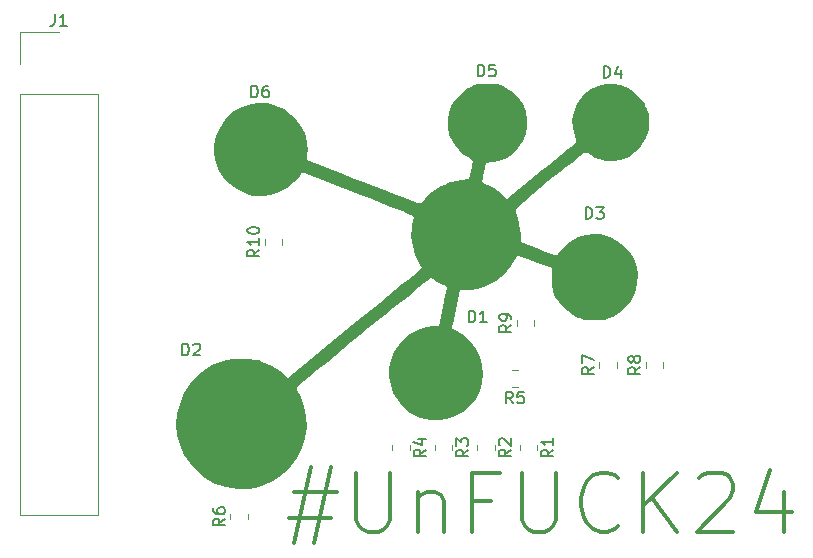
<source format=gbr>
%TF.GenerationSoftware,KiCad,Pcbnew,7.0.10*%
%TF.CreationDate,2024-04-13T12:41:34+02:00*%
%TF.ProjectId,jeopardy_pcb,6a656f70-6172-4647-995f-7063622e6b69,rev?*%
%TF.SameCoordinates,Original*%
%TF.FileFunction,Legend,Top*%
%TF.FilePolarity,Positive*%
%FSLAX46Y46*%
G04 Gerber Fmt 4.6, Leading zero omitted, Abs format (unit mm)*
G04 Created by KiCad (PCBNEW 7.0.10) date 2024-04-13 12:41:34*
%MOMM*%
%LPD*%
G01*
G04 APERTURE LIST*
%ADD10C,0.300000*%
%ADD11C,0.150000*%
%ADD12C,0.120000*%
G04 APERTURE END LIST*
D10*
X81159748Y-114911161D02*
X84731177Y-114911161D01*
X82588320Y-112768304D02*
X81159748Y-119196876D01*
X84254987Y-117054019D02*
X80683558Y-117054019D01*
X82826415Y-119196876D02*
X84254987Y-112768304D01*
X86397844Y-113244495D02*
X86397844Y-117292114D01*
X86397844Y-117292114D02*
X86635939Y-117768304D01*
X86635939Y-117768304D02*
X86874034Y-118006400D01*
X86874034Y-118006400D02*
X87350225Y-118244495D01*
X87350225Y-118244495D02*
X88302606Y-118244495D01*
X88302606Y-118244495D02*
X88778796Y-118006400D01*
X88778796Y-118006400D02*
X89016891Y-117768304D01*
X89016891Y-117768304D02*
X89254987Y-117292114D01*
X89254987Y-117292114D02*
X89254987Y-113244495D01*
X91635939Y-114911161D02*
X91635939Y-118244495D01*
X91635939Y-115387352D02*
X91874034Y-115149257D01*
X91874034Y-115149257D02*
X92350224Y-114911161D01*
X92350224Y-114911161D02*
X93064510Y-114911161D01*
X93064510Y-114911161D02*
X93540701Y-115149257D01*
X93540701Y-115149257D02*
X93778796Y-115625447D01*
X93778796Y-115625447D02*
X93778796Y-118244495D01*
X97826415Y-115625447D02*
X96159749Y-115625447D01*
X96159749Y-118244495D02*
X96159749Y-113244495D01*
X96159749Y-113244495D02*
X98540701Y-113244495D01*
X100445463Y-113244495D02*
X100445463Y-117292114D01*
X100445463Y-117292114D02*
X100683558Y-117768304D01*
X100683558Y-117768304D02*
X100921653Y-118006400D01*
X100921653Y-118006400D02*
X101397844Y-118244495D01*
X101397844Y-118244495D02*
X102350225Y-118244495D01*
X102350225Y-118244495D02*
X102826415Y-118006400D01*
X102826415Y-118006400D02*
X103064510Y-117768304D01*
X103064510Y-117768304D02*
X103302606Y-117292114D01*
X103302606Y-117292114D02*
X103302606Y-113244495D01*
X108540701Y-117768304D02*
X108302605Y-118006400D01*
X108302605Y-118006400D02*
X107588320Y-118244495D01*
X107588320Y-118244495D02*
X107112129Y-118244495D01*
X107112129Y-118244495D02*
X106397843Y-118006400D01*
X106397843Y-118006400D02*
X105921653Y-117530209D01*
X105921653Y-117530209D02*
X105683558Y-117054019D01*
X105683558Y-117054019D02*
X105445462Y-116101638D01*
X105445462Y-116101638D02*
X105445462Y-115387352D01*
X105445462Y-115387352D02*
X105683558Y-114434971D01*
X105683558Y-114434971D02*
X105921653Y-113958780D01*
X105921653Y-113958780D02*
X106397843Y-113482590D01*
X106397843Y-113482590D02*
X107112129Y-113244495D01*
X107112129Y-113244495D02*
X107588320Y-113244495D01*
X107588320Y-113244495D02*
X108302605Y-113482590D01*
X108302605Y-113482590D02*
X108540701Y-113720685D01*
X110683558Y-118244495D02*
X110683558Y-113244495D01*
X113540701Y-118244495D02*
X111397843Y-115387352D01*
X113540701Y-113244495D02*
X110683558Y-116101638D01*
X115445462Y-113720685D02*
X115683558Y-113482590D01*
X115683558Y-113482590D02*
X116159748Y-113244495D01*
X116159748Y-113244495D02*
X117350224Y-113244495D01*
X117350224Y-113244495D02*
X117826415Y-113482590D01*
X117826415Y-113482590D02*
X118064510Y-113720685D01*
X118064510Y-113720685D02*
X118302605Y-114196876D01*
X118302605Y-114196876D02*
X118302605Y-114673066D01*
X118302605Y-114673066D02*
X118064510Y-115387352D01*
X118064510Y-115387352D02*
X115207367Y-118244495D01*
X115207367Y-118244495D02*
X118302605Y-118244495D01*
X122588320Y-114911161D02*
X122588320Y-118244495D01*
X121397844Y-113006400D02*
X120207367Y-116577828D01*
X120207367Y-116577828D02*
X123302606Y-116577828D01*
D11*
X99515819Y-100750666D02*
X99039628Y-101083999D01*
X99515819Y-101322094D02*
X98515819Y-101322094D01*
X98515819Y-101322094D02*
X98515819Y-100941142D01*
X98515819Y-100941142D02*
X98563438Y-100845904D01*
X98563438Y-100845904D02*
X98611057Y-100798285D01*
X98611057Y-100798285D02*
X98706295Y-100750666D01*
X98706295Y-100750666D02*
X98849152Y-100750666D01*
X98849152Y-100750666D02*
X98944390Y-100798285D01*
X98944390Y-100798285D02*
X98992009Y-100845904D01*
X98992009Y-100845904D02*
X99039628Y-100941142D01*
X99039628Y-100941142D02*
X99039628Y-101322094D01*
X99515819Y-100274475D02*
X99515819Y-100083999D01*
X99515819Y-100083999D02*
X99468200Y-99988761D01*
X99468200Y-99988761D02*
X99420580Y-99941142D01*
X99420580Y-99941142D02*
X99277723Y-99845904D01*
X99277723Y-99845904D02*
X99087247Y-99798285D01*
X99087247Y-99798285D02*
X98706295Y-99798285D01*
X98706295Y-99798285D02*
X98611057Y-99845904D01*
X98611057Y-99845904D02*
X98563438Y-99893523D01*
X98563438Y-99893523D02*
X98515819Y-99988761D01*
X98515819Y-99988761D02*
X98515819Y-100179237D01*
X98515819Y-100179237D02*
X98563438Y-100274475D01*
X98563438Y-100274475D02*
X98611057Y-100322094D01*
X98611057Y-100322094D02*
X98706295Y-100369713D01*
X98706295Y-100369713D02*
X98944390Y-100369713D01*
X98944390Y-100369713D02*
X99039628Y-100322094D01*
X99039628Y-100322094D02*
X99087247Y-100274475D01*
X99087247Y-100274475D02*
X99134866Y-100179237D01*
X99134866Y-100179237D02*
X99134866Y-99988761D01*
X99134866Y-99988761D02*
X99087247Y-99893523D01*
X99087247Y-99893523D02*
X99039628Y-99845904D01*
X99039628Y-99845904D02*
X98944390Y-99798285D01*
X107338905Y-79829819D02*
X107338905Y-78829819D01*
X107338905Y-78829819D02*
X107577000Y-78829819D01*
X107577000Y-78829819D02*
X107719857Y-78877438D01*
X107719857Y-78877438D02*
X107815095Y-78972676D01*
X107815095Y-78972676D02*
X107862714Y-79067914D01*
X107862714Y-79067914D02*
X107910333Y-79258390D01*
X107910333Y-79258390D02*
X107910333Y-79401247D01*
X107910333Y-79401247D02*
X107862714Y-79591723D01*
X107862714Y-79591723D02*
X107815095Y-79686961D01*
X107815095Y-79686961D02*
X107719857Y-79782200D01*
X107719857Y-79782200D02*
X107577000Y-79829819D01*
X107577000Y-79829819D02*
X107338905Y-79829819D01*
X108767476Y-79163152D02*
X108767476Y-79829819D01*
X108529381Y-78782200D02*
X108291286Y-79496485D01*
X108291286Y-79496485D02*
X108910333Y-79496485D01*
X60880666Y-74417819D02*
X60880666Y-75132104D01*
X60880666Y-75132104D02*
X60833047Y-75274961D01*
X60833047Y-75274961D02*
X60737809Y-75370200D01*
X60737809Y-75370200D02*
X60594952Y-75417819D01*
X60594952Y-75417819D02*
X60499714Y-75417819D01*
X61880666Y-75417819D02*
X61309238Y-75417819D01*
X61594952Y-75417819D02*
X61594952Y-74417819D01*
X61594952Y-74417819D02*
X61499714Y-74560676D01*
X61499714Y-74560676D02*
X61404476Y-74655914D01*
X61404476Y-74655914D02*
X61309238Y-74703533D01*
X96670905Y-79702819D02*
X96670905Y-78702819D01*
X96670905Y-78702819D02*
X96909000Y-78702819D01*
X96909000Y-78702819D02*
X97051857Y-78750438D01*
X97051857Y-78750438D02*
X97147095Y-78845676D01*
X97147095Y-78845676D02*
X97194714Y-78940914D01*
X97194714Y-78940914D02*
X97242333Y-79131390D01*
X97242333Y-79131390D02*
X97242333Y-79274247D01*
X97242333Y-79274247D02*
X97194714Y-79464723D01*
X97194714Y-79464723D02*
X97147095Y-79559961D01*
X97147095Y-79559961D02*
X97051857Y-79655200D01*
X97051857Y-79655200D02*
X96909000Y-79702819D01*
X96909000Y-79702819D02*
X96670905Y-79702819D01*
X98147095Y-78702819D02*
X97670905Y-78702819D01*
X97670905Y-78702819D02*
X97623286Y-79179009D01*
X97623286Y-79179009D02*
X97670905Y-79131390D01*
X97670905Y-79131390D02*
X97766143Y-79083771D01*
X97766143Y-79083771D02*
X98004238Y-79083771D01*
X98004238Y-79083771D02*
X98099476Y-79131390D01*
X98099476Y-79131390D02*
X98147095Y-79179009D01*
X98147095Y-79179009D02*
X98194714Y-79274247D01*
X98194714Y-79274247D02*
X98194714Y-79512342D01*
X98194714Y-79512342D02*
X98147095Y-79607580D01*
X98147095Y-79607580D02*
X98099476Y-79655200D01*
X98099476Y-79655200D02*
X98004238Y-79702819D01*
X98004238Y-79702819D02*
X97766143Y-79702819D01*
X97766143Y-79702819D02*
X97670905Y-79655200D01*
X97670905Y-79655200D02*
X97623286Y-79607580D01*
X99471485Y-111291666D02*
X98995294Y-111624999D01*
X99471485Y-111863094D02*
X98471485Y-111863094D01*
X98471485Y-111863094D02*
X98471485Y-111482142D01*
X98471485Y-111482142D02*
X98519104Y-111386904D01*
X98519104Y-111386904D02*
X98566723Y-111339285D01*
X98566723Y-111339285D02*
X98661961Y-111291666D01*
X98661961Y-111291666D02*
X98804818Y-111291666D01*
X98804818Y-111291666D02*
X98900056Y-111339285D01*
X98900056Y-111339285D02*
X98947675Y-111386904D01*
X98947675Y-111386904D02*
X98995294Y-111482142D01*
X98995294Y-111482142D02*
X98995294Y-111863094D01*
X98566723Y-110910713D02*
X98519104Y-110863094D01*
X98519104Y-110863094D02*
X98471485Y-110767856D01*
X98471485Y-110767856D02*
X98471485Y-110529761D01*
X98471485Y-110529761D02*
X98519104Y-110434523D01*
X98519104Y-110434523D02*
X98566723Y-110386904D01*
X98566723Y-110386904D02*
X98661961Y-110339285D01*
X98661961Y-110339285D02*
X98757199Y-110339285D01*
X98757199Y-110339285D02*
X98900056Y-110386904D01*
X98900056Y-110386904D02*
X99471485Y-110958332D01*
X99471485Y-110958332D02*
X99471485Y-110339285D01*
X106500819Y-104306666D02*
X106024628Y-104639999D01*
X106500819Y-104878094D02*
X105500819Y-104878094D01*
X105500819Y-104878094D02*
X105500819Y-104497142D01*
X105500819Y-104497142D02*
X105548438Y-104401904D01*
X105548438Y-104401904D02*
X105596057Y-104354285D01*
X105596057Y-104354285D02*
X105691295Y-104306666D01*
X105691295Y-104306666D02*
X105834152Y-104306666D01*
X105834152Y-104306666D02*
X105929390Y-104354285D01*
X105929390Y-104354285D02*
X105977009Y-104401904D01*
X105977009Y-104401904D02*
X106024628Y-104497142D01*
X106024628Y-104497142D02*
X106024628Y-104878094D01*
X105500819Y-103973332D02*
X105500819Y-103306666D01*
X105500819Y-103306666D02*
X106500819Y-103735237D01*
X103069819Y-111291666D02*
X102593628Y-111624999D01*
X103069819Y-111863094D02*
X102069819Y-111863094D01*
X102069819Y-111863094D02*
X102069819Y-111482142D01*
X102069819Y-111482142D02*
X102117438Y-111386904D01*
X102117438Y-111386904D02*
X102165057Y-111339285D01*
X102165057Y-111339285D02*
X102260295Y-111291666D01*
X102260295Y-111291666D02*
X102403152Y-111291666D01*
X102403152Y-111291666D02*
X102498390Y-111339285D01*
X102498390Y-111339285D02*
X102546009Y-111386904D01*
X102546009Y-111386904D02*
X102593628Y-111482142D01*
X102593628Y-111482142D02*
X102593628Y-111863094D01*
X103069819Y-110339285D02*
X103069819Y-110910713D01*
X103069819Y-110624999D02*
X102069819Y-110624999D01*
X102069819Y-110624999D02*
X102212676Y-110720237D01*
X102212676Y-110720237D02*
X102307914Y-110815475D01*
X102307914Y-110815475D02*
X102355533Y-110910713D01*
X95908905Y-100530819D02*
X95908905Y-99530819D01*
X95908905Y-99530819D02*
X96147000Y-99530819D01*
X96147000Y-99530819D02*
X96289857Y-99578438D01*
X96289857Y-99578438D02*
X96385095Y-99673676D01*
X96385095Y-99673676D02*
X96432714Y-99768914D01*
X96432714Y-99768914D02*
X96480333Y-99959390D01*
X96480333Y-99959390D02*
X96480333Y-100102247D01*
X96480333Y-100102247D02*
X96432714Y-100292723D01*
X96432714Y-100292723D02*
X96385095Y-100387961D01*
X96385095Y-100387961D02*
X96289857Y-100483200D01*
X96289857Y-100483200D02*
X96147000Y-100530819D01*
X96147000Y-100530819D02*
X95908905Y-100530819D01*
X97432714Y-100530819D02*
X96861286Y-100530819D01*
X97147000Y-100530819D02*
X97147000Y-99530819D01*
X97147000Y-99530819D02*
X97051762Y-99673676D01*
X97051762Y-99673676D02*
X96956524Y-99768914D01*
X96956524Y-99768914D02*
X96861286Y-99816533D01*
X75258819Y-117133666D02*
X74782628Y-117466999D01*
X75258819Y-117705094D02*
X74258819Y-117705094D01*
X74258819Y-117705094D02*
X74258819Y-117324142D01*
X74258819Y-117324142D02*
X74306438Y-117228904D01*
X74306438Y-117228904D02*
X74354057Y-117181285D01*
X74354057Y-117181285D02*
X74449295Y-117133666D01*
X74449295Y-117133666D02*
X74592152Y-117133666D01*
X74592152Y-117133666D02*
X74687390Y-117181285D01*
X74687390Y-117181285D02*
X74735009Y-117228904D01*
X74735009Y-117228904D02*
X74782628Y-117324142D01*
X74782628Y-117324142D02*
X74782628Y-117705094D01*
X74258819Y-116276523D02*
X74258819Y-116466999D01*
X74258819Y-116466999D02*
X74306438Y-116562237D01*
X74306438Y-116562237D02*
X74354057Y-116609856D01*
X74354057Y-116609856D02*
X74496914Y-116705094D01*
X74496914Y-116705094D02*
X74687390Y-116752713D01*
X74687390Y-116752713D02*
X75068342Y-116752713D01*
X75068342Y-116752713D02*
X75163580Y-116705094D01*
X75163580Y-116705094D02*
X75211200Y-116657475D01*
X75211200Y-116657475D02*
X75258819Y-116562237D01*
X75258819Y-116562237D02*
X75258819Y-116371761D01*
X75258819Y-116371761D02*
X75211200Y-116276523D01*
X75211200Y-116276523D02*
X75163580Y-116228904D01*
X75163580Y-116228904D02*
X75068342Y-116181285D01*
X75068342Y-116181285D02*
X74830247Y-116181285D01*
X74830247Y-116181285D02*
X74735009Y-116228904D01*
X74735009Y-116228904D02*
X74687390Y-116276523D01*
X74687390Y-116276523D02*
X74639771Y-116371761D01*
X74639771Y-116371761D02*
X74639771Y-116562237D01*
X74639771Y-116562237D02*
X74687390Y-116657475D01*
X74687390Y-116657475D02*
X74735009Y-116705094D01*
X74735009Y-116705094D02*
X74830247Y-116752713D01*
X78179819Y-94368857D02*
X77703628Y-94702190D01*
X78179819Y-94940285D02*
X77179819Y-94940285D01*
X77179819Y-94940285D02*
X77179819Y-94559333D01*
X77179819Y-94559333D02*
X77227438Y-94464095D01*
X77227438Y-94464095D02*
X77275057Y-94416476D01*
X77275057Y-94416476D02*
X77370295Y-94368857D01*
X77370295Y-94368857D02*
X77513152Y-94368857D01*
X77513152Y-94368857D02*
X77608390Y-94416476D01*
X77608390Y-94416476D02*
X77656009Y-94464095D01*
X77656009Y-94464095D02*
X77703628Y-94559333D01*
X77703628Y-94559333D02*
X77703628Y-94940285D01*
X78179819Y-93416476D02*
X78179819Y-93987904D01*
X78179819Y-93702190D02*
X77179819Y-93702190D01*
X77179819Y-93702190D02*
X77322676Y-93797428D01*
X77322676Y-93797428D02*
X77417914Y-93892666D01*
X77417914Y-93892666D02*
X77465533Y-93987904D01*
X77179819Y-92797428D02*
X77179819Y-92702190D01*
X77179819Y-92702190D02*
X77227438Y-92606952D01*
X77227438Y-92606952D02*
X77275057Y-92559333D01*
X77275057Y-92559333D02*
X77370295Y-92511714D01*
X77370295Y-92511714D02*
X77560771Y-92464095D01*
X77560771Y-92464095D02*
X77798866Y-92464095D01*
X77798866Y-92464095D02*
X77989342Y-92511714D01*
X77989342Y-92511714D02*
X78084580Y-92559333D01*
X78084580Y-92559333D02*
X78132200Y-92606952D01*
X78132200Y-92606952D02*
X78179819Y-92702190D01*
X78179819Y-92702190D02*
X78179819Y-92797428D01*
X78179819Y-92797428D02*
X78132200Y-92892666D01*
X78132200Y-92892666D02*
X78084580Y-92940285D01*
X78084580Y-92940285D02*
X77989342Y-92987904D01*
X77989342Y-92987904D02*
X77798866Y-93035523D01*
X77798866Y-93035523D02*
X77560771Y-93035523D01*
X77560771Y-93035523D02*
X77370295Y-92987904D01*
X77370295Y-92987904D02*
X77275057Y-92940285D01*
X77275057Y-92940285D02*
X77227438Y-92892666D01*
X77227438Y-92892666D02*
X77179819Y-92797428D01*
X99655333Y-107387819D02*
X99322000Y-106911628D01*
X99083905Y-107387819D02*
X99083905Y-106387819D01*
X99083905Y-106387819D02*
X99464857Y-106387819D01*
X99464857Y-106387819D02*
X99560095Y-106435438D01*
X99560095Y-106435438D02*
X99607714Y-106483057D01*
X99607714Y-106483057D02*
X99655333Y-106578295D01*
X99655333Y-106578295D02*
X99655333Y-106721152D01*
X99655333Y-106721152D02*
X99607714Y-106816390D01*
X99607714Y-106816390D02*
X99560095Y-106864009D01*
X99560095Y-106864009D02*
X99464857Y-106911628D01*
X99464857Y-106911628D02*
X99083905Y-106911628D01*
X100560095Y-106387819D02*
X100083905Y-106387819D01*
X100083905Y-106387819D02*
X100036286Y-106864009D01*
X100036286Y-106864009D02*
X100083905Y-106816390D01*
X100083905Y-106816390D02*
X100179143Y-106768771D01*
X100179143Y-106768771D02*
X100417238Y-106768771D01*
X100417238Y-106768771D02*
X100512476Y-106816390D01*
X100512476Y-106816390D02*
X100560095Y-106864009D01*
X100560095Y-106864009D02*
X100607714Y-106959247D01*
X100607714Y-106959247D02*
X100607714Y-107197342D01*
X100607714Y-107197342D02*
X100560095Y-107292580D01*
X100560095Y-107292580D02*
X100512476Y-107340200D01*
X100512476Y-107340200D02*
X100417238Y-107387819D01*
X100417238Y-107387819D02*
X100179143Y-107387819D01*
X100179143Y-107387819D02*
X100083905Y-107340200D01*
X100083905Y-107340200D02*
X100036286Y-107292580D01*
X71651905Y-103324819D02*
X71651905Y-102324819D01*
X71651905Y-102324819D02*
X71890000Y-102324819D01*
X71890000Y-102324819D02*
X72032857Y-102372438D01*
X72032857Y-102372438D02*
X72128095Y-102467676D01*
X72128095Y-102467676D02*
X72175714Y-102562914D01*
X72175714Y-102562914D02*
X72223333Y-102753390D01*
X72223333Y-102753390D02*
X72223333Y-102896247D01*
X72223333Y-102896247D02*
X72175714Y-103086723D01*
X72175714Y-103086723D02*
X72128095Y-103181961D01*
X72128095Y-103181961D02*
X72032857Y-103277200D01*
X72032857Y-103277200D02*
X71890000Y-103324819D01*
X71890000Y-103324819D02*
X71651905Y-103324819D01*
X72604286Y-102420057D02*
X72651905Y-102372438D01*
X72651905Y-102372438D02*
X72747143Y-102324819D01*
X72747143Y-102324819D02*
X72985238Y-102324819D01*
X72985238Y-102324819D02*
X73080476Y-102372438D01*
X73080476Y-102372438D02*
X73128095Y-102420057D01*
X73128095Y-102420057D02*
X73175714Y-102515295D01*
X73175714Y-102515295D02*
X73175714Y-102610533D01*
X73175714Y-102610533D02*
X73128095Y-102753390D01*
X73128095Y-102753390D02*
X72556667Y-103324819D01*
X72556667Y-103324819D02*
X73175714Y-103324819D01*
X105814905Y-91767819D02*
X105814905Y-90767819D01*
X105814905Y-90767819D02*
X106053000Y-90767819D01*
X106053000Y-90767819D02*
X106195857Y-90815438D01*
X106195857Y-90815438D02*
X106291095Y-90910676D01*
X106291095Y-90910676D02*
X106338714Y-91005914D01*
X106338714Y-91005914D02*
X106386333Y-91196390D01*
X106386333Y-91196390D02*
X106386333Y-91339247D01*
X106386333Y-91339247D02*
X106338714Y-91529723D01*
X106338714Y-91529723D02*
X106291095Y-91624961D01*
X106291095Y-91624961D02*
X106195857Y-91720200D01*
X106195857Y-91720200D02*
X106053000Y-91767819D01*
X106053000Y-91767819D02*
X105814905Y-91767819D01*
X106719667Y-90767819D02*
X107338714Y-90767819D01*
X107338714Y-90767819D02*
X107005381Y-91148771D01*
X107005381Y-91148771D02*
X107148238Y-91148771D01*
X107148238Y-91148771D02*
X107243476Y-91196390D01*
X107243476Y-91196390D02*
X107291095Y-91244009D01*
X107291095Y-91244009D02*
X107338714Y-91339247D01*
X107338714Y-91339247D02*
X107338714Y-91577342D01*
X107338714Y-91577342D02*
X107291095Y-91672580D01*
X107291095Y-91672580D02*
X107243476Y-91720200D01*
X107243476Y-91720200D02*
X107148238Y-91767819D01*
X107148238Y-91767819D02*
X106862524Y-91767819D01*
X106862524Y-91767819D02*
X106767286Y-91720200D01*
X106767286Y-91720200D02*
X106719667Y-91672580D01*
X92274819Y-111291666D02*
X91798628Y-111624999D01*
X92274819Y-111863094D02*
X91274819Y-111863094D01*
X91274819Y-111863094D02*
X91274819Y-111482142D01*
X91274819Y-111482142D02*
X91322438Y-111386904D01*
X91322438Y-111386904D02*
X91370057Y-111339285D01*
X91370057Y-111339285D02*
X91465295Y-111291666D01*
X91465295Y-111291666D02*
X91608152Y-111291666D01*
X91608152Y-111291666D02*
X91703390Y-111339285D01*
X91703390Y-111339285D02*
X91751009Y-111386904D01*
X91751009Y-111386904D02*
X91798628Y-111482142D01*
X91798628Y-111482142D02*
X91798628Y-111863094D01*
X91608152Y-110434523D02*
X92274819Y-110434523D01*
X91227200Y-110672618D02*
X91941485Y-110910713D01*
X91941485Y-110910713D02*
X91941485Y-110291666D01*
X95873152Y-111291666D02*
X95396961Y-111624999D01*
X95873152Y-111863094D02*
X94873152Y-111863094D01*
X94873152Y-111863094D02*
X94873152Y-111482142D01*
X94873152Y-111482142D02*
X94920771Y-111386904D01*
X94920771Y-111386904D02*
X94968390Y-111339285D01*
X94968390Y-111339285D02*
X95063628Y-111291666D01*
X95063628Y-111291666D02*
X95206485Y-111291666D01*
X95206485Y-111291666D02*
X95301723Y-111339285D01*
X95301723Y-111339285D02*
X95349342Y-111386904D01*
X95349342Y-111386904D02*
X95396961Y-111482142D01*
X95396961Y-111482142D02*
X95396961Y-111863094D01*
X94873152Y-110958332D02*
X94873152Y-110339285D01*
X94873152Y-110339285D02*
X95254104Y-110672618D01*
X95254104Y-110672618D02*
X95254104Y-110529761D01*
X95254104Y-110529761D02*
X95301723Y-110434523D01*
X95301723Y-110434523D02*
X95349342Y-110386904D01*
X95349342Y-110386904D02*
X95444580Y-110339285D01*
X95444580Y-110339285D02*
X95682675Y-110339285D01*
X95682675Y-110339285D02*
X95777913Y-110386904D01*
X95777913Y-110386904D02*
X95825533Y-110434523D01*
X95825533Y-110434523D02*
X95873152Y-110529761D01*
X95873152Y-110529761D02*
X95873152Y-110815475D01*
X95873152Y-110815475D02*
X95825533Y-110910713D01*
X95825533Y-110910713D02*
X95777913Y-110958332D01*
X77493905Y-81480819D02*
X77493905Y-80480819D01*
X77493905Y-80480819D02*
X77732000Y-80480819D01*
X77732000Y-80480819D02*
X77874857Y-80528438D01*
X77874857Y-80528438D02*
X77970095Y-80623676D01*
X77970095Y-80623676D02*
X78017714Y-80718914D01*
X78017714Y-80718914D02*
X78065333Y-80909390D01*
X78065333Y-80909390D02*
X78065333Y-81052247D01*
X78065333Y-81052247D02*
X78017714Y-81242723D01*
X78017714Y-81242723D02*
X77970095Y-81337961D01*
X77970095Y-81337961D02*
X77874857Y-81433200D01*
X77874857Y-81433200D02*
X77732000Y-81480819D01*
X77732000Y-81480819D02*
X77493905Y-81480819D01*
X78922476Y-80480819D02*
X78732000Y-80480819D01*
X78732000Y-80480819D02*
X78636762Y-80528438D01*
X78636762Y-80528438D02*
X78589143Y-80576057D01*
X78589143Y-80576057D02*
X78493905Y-80718914D01*
X78493905Y-80718914D02*
X78446286Y-80909390D01*
X78446286Y-80909390D02*
X78446286Y-81290342D01*
X78446286Y-81290342D02*
X78493905Y-81385580D01*
X78493905Y-81385580D02*
X78541524Y-81433200D01*
X78541524Y-81433200D02*
X78636762Y-81480819D01*
X78636762Y-81480819D02*
X78827238Y-81480819D01*
X78827238Y-81480819D02*
X78922476Y-81433200D01*
X78922476Y-81433200D02*
X78970095Y-81385580D01*
X78970095Y-81385580D02*
X79017714Y-81290342D01*
X79017714Y-81290342D02*
X79017714Y-81052247D01*
X79017714Y-81052247D02*
X78970095Y-80957009D01*
X78970095Y-80957009D02*
X78922476Y-80909390D01*
X78922476Y-80909390D02*
X78827238Y-80861771D01*
X78827238Y-80861771D02*
X78636762Y-80861771D01*
X78636762Y-80861771D02*
X78541524Y-80909390D01*
X78541524Y-80909390D02*
X78493905Y-80957009D01*
X78493905Y-80957009D02*
X78446286Y-81052247D01*
X110437819Y-104306666D02*
X109961628Y-104639999D01*
X110437819Y-104878094D02*
X109437819Y-104878094D01*
X109437819Y-104878094D02*
X109437819Y-104497142D01*
X109437819Y-104497142D02*
X109485438Y-104401904D01*
X109485438Y-104401904D02*
X109533057Y-104354285D01*
X109533057Y-104354285D02*
X109628295Y-104306666D01*
X109628295Y-104306666D02*
X109771152Y-104306666D01*
X109771152Y-104306666D02*
X109866390Y-104354285D01*
X109866390Y-104354285D02*
X109914009Y-104401904D01*
X109914009Y-104401904D02*
X109961628Y-104497142D01*
X109961628Y-104497142D02*
X109961628Y-104878094D01*
X109866390Y-103735237D02*
X109818771Y-103830475D01*
X109818771Y-103830475D02*
X109771152Y-103878094D01*
X109771152Y-103878094D02*
X109675914Y-103925713D01*
X109675914Y-103925713D02*
X109628295Y-103925713D01*
X109628295Y-103925713D02*
X109533057Y-103878094D01*
X109533057Y-103878094D02*
X109485438Y-103830475D01*
X109485438Y-103830475D02*
X109437819Y-103735237D01*
X109437819Y-103735237D02*
X109437819Y-103544761D01*
X109437819Y-103544761D02*
X109485438Y-103449523D01*
X109485438Y-103449523D02*
X109533057Y-103401904D01*
X109533057Y-103401904D02*
X109628295Y-103354285D01*
X109628295Y-103354285D02*
X109675914Y-103354285D01*
X109675914Y-103354285D02*
X109771152Y-103401904D01*
X109771152Y-103401904D02*
X109818771Y-103449523D01*
X109818771Y-103449523D02*
X109866390Y-103544761D01*
X109866390Y-103544761D02*
X109866390Y-103735237D01*
X109866390Y-103735237D02*
X109914009Y-103830475D01*
X109914009Y-103830475D02*
X109961628Y-103878094D01*
X109961628Y-103878094D02*
X110056866Y-103925713D01*
X110056866Y-103925713D02*
X110247342Y-103925713D01*
X110247342Y-103925713D02*
X110342580Y-103878094D01*
X110342580Y-103878094D02*
X110390200Y-103830475D01*
X110390200Y-103830475D02*
X110437819Y-103735237D01*
X110437819Y-103735237D02*
X110437819Y-103544761D01*
X110437819Y-103544761D02*
X110390200Y-103449523D01*
X110390200Y-103449523D02*
X110342580Y-103401904D01*
X110342580Y-103401904D02*
X110247342Y-103354285D01*
X110247342Y-103354285D02*
X110056866Y-103354285D01*
X110056866Y-103354285D02*
X109961628Y-103401904D01*
X109961628Y-103401904D02*
X109914009Y-103449523D01*
X109914009Y-103449523D02*
X109866390Y-103544761D01*
D12*
%TO.C,R9*%
X99976000Y-100811064D02*
X99976000Y-100356936D01*
X101446000Y-100811064D02*
X101446000Y-100356936D01*
%TO.C,D4*%
X106390000Y-82330000D02*
X106390000Y-82486000D01*
X106390000Y-84646000D02*
X106390000Y-84802000D01*
X109622334Y-82487392D02*
G75*
G03*
X106390001Y-82330485I-1672334J-1078608D01*
G01*
X108991129Y-82486164D02*
G75*
G03*
X106909040Y-82486001I-1041129J-1079836D01*
G01*
X106909040Y-84645999D02*
G75*
G03*
X108991129Y-84645836I1040960J1079999D01*
G01*
X106390001Y-84801515D02*
G75*
G03*
X109622334Y-84644608I1559999J1235515D01*
G01*
%TO.C,G\u002A\u002A\u002A*%
G36*
X97908236Y-80305826D02*
G01*
X98190046Y-80323223D01*
X98411128Y-80363393D01*
X98621213Y-80435481D01*
X98870033Y-80548630D01*
X98878114Y-80552513D01*
X99533165Y-80947905D01*
X100065670Y-81439661D01*
X100468794Y-82016273D01*
X100735704Y-82666232D01*
X100859567Y-83378029D01*
X100858818Y-83888292D01*
X100739091Y-84563425D01*
X100486769Y-85191918D01*
X100119815Y-85754983D01*
X99656189Y-86233833D01*
X99113853Y-86609681D01*
X98510768Y-86863740D01*
X97908310Y-86974452D01*
X97379199Y-87012448D01*
X97206241Y-87816174D01*
X97136294Y-88151509D01*
X97084184Y-88421470D01*
X97056128Y-88592529D01*
X97054278Y-88635604D01*
X97131161Y-88674926D01*
X97317566Y-88765929D01*
X97578293Y-88891480D01*
X97676221Y-88938327D01*
X98039856Y-89137799D01*
X98417616Y-89385881D01*
X98728255Y-89629181D01*
X98730589Y-89631267D01*
X99184011Y-90037190D01*
X102095889Y-87662512D01*
X102685113Y-87181975D01*
X103235575Y-86733021D01*
X103734978Y-86325679D01*
X104171027Y-85969981D01*
X104531425Y-85675958D01*
X104803876Y-85453639D01*
X104976085Y-85313056D01*
X105035624Y-85264356D01*
X105024522Y-85183426D01*
X104967754Y-84996250D01*
X104891012Y-84779912D01*
X104705276Y-84069415D01*
X104674485Y-83363655D01*
X104794674Y-82680159D01*
X105061875Y-82036456D01*
X105472123Y-81450075D01*
X105698014Y-81213704D01*
X106255804Y-80782839D01*
X106863721Y-80492270D01*
X107501594Y-80338283D01*
X108149251Y-80317164D01*
X108786521Y-80425197D01*
X109393234Y-80658670D01*
X109949216Y-81013867D01*
X110434298Y-81487074D01*
X110828308Y-82074578D01*
X110875737Y-82167119D01*
X111014267Y-82456446D01*
X111102285Y-82682051D01*
X111151208Y-82897663D01*
X111172452Y-83157008D01*
X111177432Y-83513813D01*
X111177483Y-83587233D01*
X111174117Y-83965714D01*
X111156408Y-84237696D01*
X111112940Y-84456906D01*
X111032297Y-84677071D01*
X110903064Y-84951919D01*
X110875737Y-85007347D01*
X110494309Y-85614626D01*
X110012898Y-86115064D01*
X109451395Y-86498159D01*
X108829691Y-86753410D01*
X108167676Y-86870316D01*
X107485243Y-86838376D01*
X107426396Y-86828364D01*
X107018532Y-86724392D01*
X106601047Y-86567315D01*
X106231691Y-86381980D01*
X105983837Y-86207695D01*
X105859554Y-86122736D01*
X105737774Y-86142009D01*
X105644539Y-86193992D01*
X105543543Y-86267901D01*
X105331970Y-86432391D01*
X105023335Y-86676642D01*
X104631153Y-86989834D01*
X104168938Y-87361148D01*
X103650206Y-87779763D01*
X103088472Y-88234862D01*
X102645237Y-88595120D01*
X101959415Y-89154741D01*
X101389833Y-89623023D01*
X100927163Y-90008193D01*
X100562076Y-90318479D01*
X100285244Y-90562109D01*
X100087341Y-90747311D01*
X99959037Y-90882312D01*
X99891005Y-90975340D01*
X99873917Y-91034624D01*
X99874641Y-91038968D01*
X99920020Y-91197511D01*
X100002264Y-91446717D01*
X100084625Y-91679978D01*
X100204216Y-92123108D01*
X100286658Y-92676605D01*
X100309977Y-92957863D01*
X100360448Y-93754992D01*
X101842783Y-94329844D01*
X102347956Y-94525272D01*
X102724651Y-94668031D01*
X102993796Y-94763410D01*
X103176316Y-94816697D01*
X103293140Y-94833179D01*
X103365194Y-94818145D01*
X103413405Y-94776883D01*
X103444605Y-94734609D01*
X103940059Y-94152287D01*
X104520154Y-93681106D01*
X105162882Y-93330987D01*
X105846238Y-93111854D01*
X106548213Y-93033628D01*
X107113955Y-93080128D01*
X107837988Y-93280618D01*
X108489966Y-93607859D01*
X109057289Y-94044686D01*
X109527356Y-94573934D01*
X109887567Y-95178436D01*
X110125323Y-95841028D01*
X110228023Y-96544544D01*
X110184495Y-97263246D01*
X109983296Y-98010246D01*
X109644246Y-98685225D01*
X109178740Y-99272976D01*
X108598173Y-99758291D01*
X108102183Y-100042055D01*
X107831238Y-100168078D01*
X107617201Y-100251217D01*
X107413449Y-100300284D01*
X107173356Y-100324088D01*
X106850296Y-100331443D01*
X106570227Y-100331569D01*
X106127696Y-100324948D01*
X105800148Y-100303410D01*
X105542568Y-100261027D01*
X105309940Y-100191871D01*
X105204689Y-100151753D01*
X104757272Y-99919404D01*
X104294578Y-99589732D01*
X103873588Y-99208448D01*
X103557496Y-98830375D01*
X103260177Y-98335135D01*
X103067032Y-97848288D01*
X102962134Y-97316275D01*
X102929708Y-96718929D01*
X102924486Y-95908669D01*
X101522278Y-95374801D01*
X101078323Y-95206923D01*
X100686413Y-95060914D01*
X100370877Y-94945657D01*
X100156042Y-94870038D01*
X100066236Y-94842943D01*
X100066064Y-94842947D01*
X100005534Y-94910183D01*
X99900752Y-95083698D01*
X99785623Y-95303750D01*
X99508521Y-95748520D01*
X99122157Y-96209950D01*
X98667298Y-96648378D01*
X98184710Y-97024146D01*
X97756347Y-97277950D01*
X97201053Y-97506624D01*
X96607854Y-97678151D01*
X96032980Y-97779254D01*
X95554285Y-97797937D01*
X95152246Y-97776339D01*
X94815562Y-99412715D01*
X94715971Y-99900466D01*
X94629615Y-100330561D01*
X94561001Y-100679952D01*
X94514634Y-100925591D01*
X94495022Y-101044428D01*
X94495057Y-101051915D01*
X94569176Y-101086251D01*
X94745914Y-101172799D01*
X94951931Y-101275304D01*
X95600748Y-101684445D01*
X96141885Y-102197117D01*
X96570021Y-102793548D01*
X96879836Y-103453970D01*
X97066011Y-104158612D01*
X97123226Y-104887704D01*
X97046162Y-105621475D01*
X96829498Y-106340157D01*
X96489774Y-106990525D01*
X96008748Y-107595776D01*
X95432428Y-108087859D01*
X94781993Y-108460070D01*
X94078620Y-108705705D01*
X93343490Y-108818057D01*
X92597779Y-108790424D01*
X91862667Y-108616101D01*
X91632804Y-108528105D01*
X90943534Y-108158564D01*
X90361095Y-107686175D01*
X89889169Y-107129236D01*
X89531439Y-106506047D01*
X89291589Y-105834907D01*
X89173299Y-105134115D01*
X89180253Y-104421969D01*
X89316134Y-103716769D01*
X89584625Y-103036813D01*
X89989406Y-102400401D01*
X90323578Y-102022514D01*
X90936912Y-101507639D01*
X91599445Y-101135820D01*
X92298285Y-100912954D01*
X92897061Y-100845314D01*
X93406316Y-100834271D01*
X93739315Y-99221793D01*
X93839565Y-98733403D01*
X93927640Y-98298679D01*
X93998710Y-97941929D01*
X94047945Y-97687458D01*
X94070517Y-97559574D01*
X94071429Y-97550296D01*
X94004306Y-97484779D01*
X93838671Y-97395474D01*
X93783923Y-97371519D01*
X93545005Y-97253618D01*
X93263480Y-97090104D01*
X93132255Y-97005394D01*
X92912904Y-96875042D01*
X92737381Y-96802074D01*
X92668567Y-96796877D01*
X92596006Y-96850797D01*
X92410105Y-96997273D01*
X92121670Y-97227524D01*
X91741507Y-97532771D01*
X91280420Y-97904235D01*
X90749215Y-98333134D01*
X90158698Y-98810690D01*
X89519675Y-99328123D01*
X88842949Y-99876653D01*
X88139328Y-100447500D01*
X87419616Y-101031884D01*
X86694620Y-101621026D01*
X85975143Y-102206145D01*
X85271993Y-102778463D01*
X84595974Y-103329198D01*
X83957891Y-103849572D01*
X83368551Y-104330805D01*
X82838759Y-104764116D01*
X82379319Y-105140726D01*
X82001039Y-105451856D01*
X81714722Y-105688725D01*
X81531174Y-105842554D01*
X81467422Y-105898181D01*
X81404056Y-105969496D01*
X81381952Y-106051410D01*
X81408280Y-106176865D01*
X81490207Y-106378804D01*
X81634903Y-106690170D01*
X81643885Y-106709141D01*
X81983961Y-107604237D01*
X82166703Y-108511957D01*
X82193172Y-109420586D01*
X82064428Y-110318411D01*
X81781530Y-111193719D01*
X81345540Y-112034796D01*
X81133132Y-112352557D01*
X80874895Y-112679444D01*
X80564478Y-113023380D01*
X80310313Y-113271575D01*
X79874720Y-113603572D01*
X79337561Y-113925760D01*
X78756364Y-114209094D01*
X78188659Y-114424527D01*
X77844991Y-114516313D01*
X77194753Y-114606324D01*
X76501187Y-114624082D01*
X75831492Y-114570620D01*
X75361079Y-114478067D01*
X74851235Y-114328356D01*
X74432733Y-114166729D01*
X74037714Y-113962957D01*
X73625964Y-113705176D01*
X72900215Y-113132992D01*
X72294936Y-112466695D01*
X71814306Y-111722434D01*
X71462505Y-110916355D01*
X71243711Y-110064606D01*
X71162104Y-109183333D01*
X71221863Y-108288685D01*
X71427166Y-107396808D01*
X71772420Y-106543385D01*
X72117771Y-105980279D01*
X72579076Y-105417888D01*
X73116683Y-104895226D01*
X73690937Y-104451309D01*
X74200906Y-104153971D01*
X74816688Y-103885738D01*
X75384904Y-103710311D01*
X75963631Y-103615826D01*
X76610946Y-103590416D01*
X76923540Y-103597724D01*
X77412065Y-103625083D01*
X77796108Y-103671060D01*
X78131142Y-103744570D01*
X78432685Y-103840245D01*
X79237277Y-104193498D01*
X79961846Y-104649020D01*
X80256074Y-104886030D01*
X80605832Y-105191767D01*
X86036137Y-100765274D01*
X86852552Y-100099655D01*
X87637405Y-99459535D01*
X88381245Y-98852633D01*
X89074624Y-98286670D01*
X89708092Y-97769367D01*
X90272199Y-97308445D01*
X90757495Y-96911624D01*
X91154532Y-96586625D01*
X91453859Y-96341168D01*
X91646027Y-96182974D01*
X91716551Y-96124184D01*
X91966660Y-95909587D01*
X91708861Y-95500719D01*
X91377404Y-94837915D01*
X91156021Y-94097478D01*
X91052867Y-93325361D01*
X91076094Y-92567517D01*
X91130491Y-92240861D01*
X91194102Y-91947426D01*
X91246921Y-91708922D01*
X91277896Y-91575218D01*
X91278547Y-91572667D01*
X91227357Y-91526468D01*
X91057701Y-91438417D01*
X90765419Y-91306813D01*
X90346349Y-91129956D01*
X89796332Y-90906146D01*
X89111206Y-90633682D01*
X88286812Y-90310864D01*
X87318988Y-89935993D01*
X86545197Y-89638343D01*
X81784204Y-87811330D01*
X81589440Y-88103067D01*
X81115295Y-88678402D01*
X80540588Y-89152756D01*
X79890714Y-89515323D01*
X79191070Y-89755295D01*
X78467054Y-89861867D01*
X77744062Y-89824232D01*
X77603964Y-89798886D01*
X76945206Y-89595484D01*
X76306446Y-89269386D01*
X75721392Y-88845505D01*
X75223756Y-88348755D01*
X74847248Y-87804048D01*
X74810780Y-87734619D01*
X74521237Y-86996374D01*
X74381504Y-86237301D01*
X74388649Y-85477503D01*
X74539743Y-84737083D01*
X74831856Y-84036144D01*
X75262057Y-83394790D01*
X75478590Y-83152782D01*
X76078310Y-82641975D01*
X76738548Y-82269567D01*
X77440148Y-82035411D01*
X78163953Y-81939362D01*
X78890807Y-81981272D01*
X79601555Y-82160997D01*
X80277040Y-82478390D01*
X80898107Y-82933305D01*
X81167233Y-83196153D01*
X81658742Y-83829757D01*
X82010204Y-84522868D01*
X82215552Y-85258290D01*
X82268721Y-86018829D01*
X82251964Y-86271134D01*
X82198953Y-86798995D01*
X85310300Y-87989728D01*
X86060357Y-88276867D01*
X86833217Y-88572894D01*
X87600325Y-88866860D01*
X88333130Y-89147820D01*
X89003078Y-89404825D01*
X89581617Y-89626928D01*
X90040194Y-89803182D01*
X90055945Y-89809241D01*
X90539029Y-89993478D01*
X90974308Y-90156398D01*
X91338716Y-90289619D01*
X91609189Y-90384760D01*
X91762662Y-90433438D01*
X91786147Y-90438022D01*
X91884420Y-90380749D01*
X92044925Y-90231544D01*
X92209394Y-90049811D01*
X92577653Y-89683601D01*
X93044329Y-89322334D01*
X93551410Y-89005736D01*
X94040882Y-88773531D01*
X94110606Y-88747942D01*
X94429206Y-88655747D01*
X94828509Y-88567122D01*
X95229550Y-88499281D01*
X95284518Y-88492020D01*
X95977674Y-88404490D01*
X96110435Y-87718575D01*
X96174408Y-87393260D01*
X96229950Y-87120171D01*
X96267939Y-86943837D01*
X96275600Y-86912470D01*
X96227206Y-86794645D01*
X96030459Y-86664593D01*
X95988937Y-86644697D01*
X95534561Y-86362780D01*
X95098148Y-85959788D01*
X94716287Y-85473811D01*
X94491941Y-85086387D01*
X94356590Y-84804484D01*
X94269366Y-84584140D01*
X94219718Y-84374387D01*
X94197095Y-84124259D01*
X94190945Y-83782790D01*
X94190732Y-83631452D01*
X94194411Y-83238610D01*
X94211651Y-82955727D01*
X94251755Y-82732569D01*
X94324027Y-82518898D01*
X94437769Y-82264479D01*
X94447826Y-82243210D01*
X94818918Y-81637793D01*
X95311359Y-81107492D01*
X95891777Y-80685678D01*
X96131883Y-80559153D01*
X96391956Y-80441760D01*
X96607528Y-80366740D01*
X96829128Y-80324709D01*
X97107286Y-80306279D01*
X97492532Y-80302065D01*
X97515969Y-80302060D01*
X97908236Y-80305826D01*
G37*
%TO.C,J1*%
X57929000Y-75963000D02*
X61214000Y-75963000D01*
X57929000Y-78613000D02*
X57929000Y-75963000D01*
X57929000Y-81153000D02*
X57929000Y-116823000D01*
X57929000Y-81153000D02*
X64499000Y-81153000D01*
X57929000Y-116823000D02*
X64499000Y-116823000D01*
X64499000Y-81153000D02*
X64499000Y-116823000D01*
%TO.C,D5*%
X95849000Y-82330000D02*
X95849000Y-82486000D01*
X95849000Y-84646000D02*
X95849000Y-84802000D01*
X99081334Y-82487392D02*
G75*
G03*
X95849001Y-82330485I-1672334J-1078608D01*
G01*
X98450129Y-82486164D02*
G75*
G03*
X96368040Y-82486001I-1041129J-1079836D01*
G01*
X96368040Y-84645999D02*
G75*
G03*
X98450129Y-84645836I1040960J1079999D01*
G01*
X95849001Y-84801515D02*
G75*
G03*
X99081334Y-84644608I1559999J1235515D01*
G01*
%TO.C,R2*%
X98101666Y-110897936D02*
X98101666Y-111352064D01*
X96631666Y-110897936D02*
X96631666Y-111352064D01*
%TO.C,R7*%
X106961000Y-104367064D02*
X106961000Y-103912936D01*
X108431000Y-104367064D02*
X108431000Y-103912936D01*
%TO.C,R1*%
X101700000Y-110897936D02*
X101700000Y-111352064D01*
X100230000Y-110897936D02*
X100230000Y-111352064D01*
%TO.C,D1*%
X91404000Y-104047000D02*
X91404000Y-104203000D01*
X91404000Y-106363000D02*
X91404000Y-106519000D01*
X94636334Y-104204392D02*
G75*
G03*
X91404001Y-104047485I-1672334J-1078608D01*
G01*
X94005129Y-104203164D02*
G75*
G03*
X91923040Y-104203001I-1041129J-1079836D01*
G01*
X91923040Y-106362999D02*
G75*
G03*
X94005129Y-106362836I1040960J1079999D01*
G01*
X91404001Y-106518515D02*
G75*
G03*
X94636334Y-106361608I1559999J1235515D01*
G01*
%TO.C,R6*%
X75719000Y-117194064D02*
X75719000Y-116739936D01*
X77189000Y-117194064D02*
X77189000Y-116739936D01*
%TO.C,R10*%
X78640000Y-93953064D02*
X78640000Y-93498936D01*
X80110000Y-93953064D02*
X80110000Y-93498936D01*
%TO.C,R5*%
X100049064Y-106018000D02*
X99594936Y-106018000D01*
X100049064Y-104548000D02*
X99594936Y-104548000D01*
%TO.C,D2*%
X75148000Y-108111000D02*
X75148000Y-108267000D01*
X75148000Y-110427000D02*
X75148000Y-110583000D01*
X78380334Y-108268392D02*
G75*
G03*
X75148001Y-108111485I-1672334J-1078608D01*
G01*
X77749129Y-108267164D02*
G75*
G03*
X75667040Y-108267001I-1041129J-1079836D01*
G01*
X75667040Y-110426999D02*
G75*
G03*
X77749129Y-110426836I1040960J1079999D01*
G01*
X75148001Y-110582515D02*
G75*
G03*
X78380334Y-110425608I1559999J1235515D01*
G01*
%TO.C,D3*%
X104866000Y-95792000D02*
X104866000Y-95948000D01*
X104866000Y-98108000D02*
X104866000Y-98264000D01*
X108098334Y-95949392D02*
G75*
G03*
X104866001Y-95792485I-1672334J-1078608D01*
G01*
X107467129Y-95948164D02*
G75*
G03*
X105385040Y-95948001I-1041129J-1079836D01*
G01*
X105385040Y-98107999D02*
G75*
G03*
X107467129Y-98107836I1040960J1079999D01*
G01*
X104866001Y-98263515D02*
G75*
G03*
X108098334Y-98106608I1559999J1235515D01*
G01*
%TO.C,R4*%
X90905000Y-110897936D02*
X90905000Y-111352064D01*
X89435000Y-110897936D02*
X89435000Y-111352064D01*
%TO.C,R3*%
X94503333Y-110897936D02*
X94503333Y-111352064D01*
X93033333Y-110897936D02*
X93033333Y-111352064D01*
%TO.C,D6*%
X76672000Y-84743000D02*
X76672000Y-84899000D01*
X76672000Y-87059000D02*
X76672000Y-87215000D01*
X79904334Y-84900392D02*
G75*
G03*
X76672001Y-84743485I-1672334J-1078608D01*
G01*
X79273129Y-84899164D02*
G75*
G03*
X77191040Y-84899001I-1041129J-1079836D01*
G01*
X77191040Y-87058999D02*
G75*
G03*
X79273129Y-87058836I1040960J1079999D01*
G01*
X76672001Y-87214515D02*
G75*
G03*
X79904334Y-87057608I1559999J1235515D01*
G01*
%TO.C,R8*%
X110898000Y-104367064D02*
X110898000Y-103912936D01*
X112368000Y-104367064D02*
X112368000Y-103912936D01*
%TD*%
M02*

</source>
